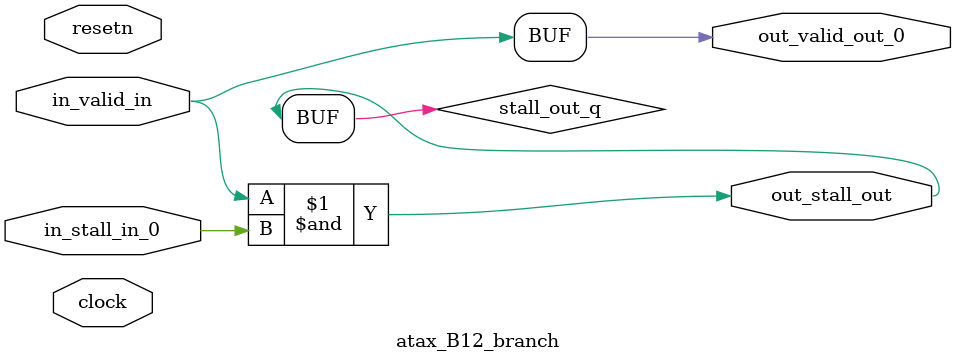
<source format=sv>



(* altera_attribute = "-name AUTO_SHIFT_REGISTER_RECOGNITION OFF; -name MESSAGE_DISABLE 10036; -name MESSAGE_DISABLE 10037; -name MESSAGE_DISABLE 14130; -name MESSAGE_DISABLE 14320; -name MESSAGE_DISABLE 15400; -name MESSAGE_DISABLE 14130; -name MESSAGE_DISABLE 10036; -name MESSAGE_DISABLE 12020; -name MESSAGE_DISABLE 12030; -name MESSAGE_DISABLE 12010; -name MESSAGE_DISABLE 12110; -name MESSAGE_DISABLE 14320; -name MESSAGE_DISABLE 13410; -name MESSAGE_DISABLE 113007; -name MESSAGE_DISABLE 10958" *)
module atax_B12_branch (
    input wire [0:0] in_stall_in_0,
    input wire [0:0] in_valid_in,
    output wire [0:0] out_stall_out,
    output wire [0:0] out_valid_out_0,
    input wire clock,
    input wire resetn
    );

    wire [0:0] stall_out_q;


    // stall_out(LOGICAL,6)
    assign stall_out_q = in_valid_in & in_stall_in_0;

    // out_stall_out(GPOUT,4)
    assign out_stall_out = stall_out_q;

    // out_valid_out_0(GPOUT,5)
    assign out_valid_out_0 = in_valid_in;

endmodule

</source>
